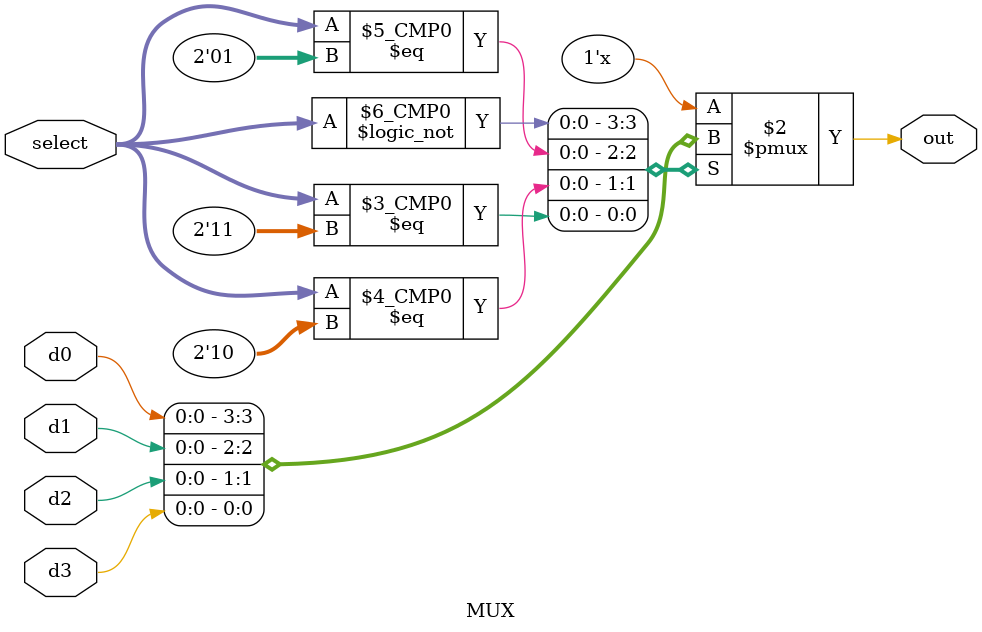
<source format=v>
`timescale 1ns/1ps
module MUX (
    input wire[1:0] select,
    input wire d0,d1,d2,d3,
    output reg out
);
always @(*) begin
    case (select)
        2'b00:out=d0;
        2'b01:out=d1;
        2'b10:out=d2;
        2'b11:out=d3;
    endcase
    
    
end   
endmodule
</source>
